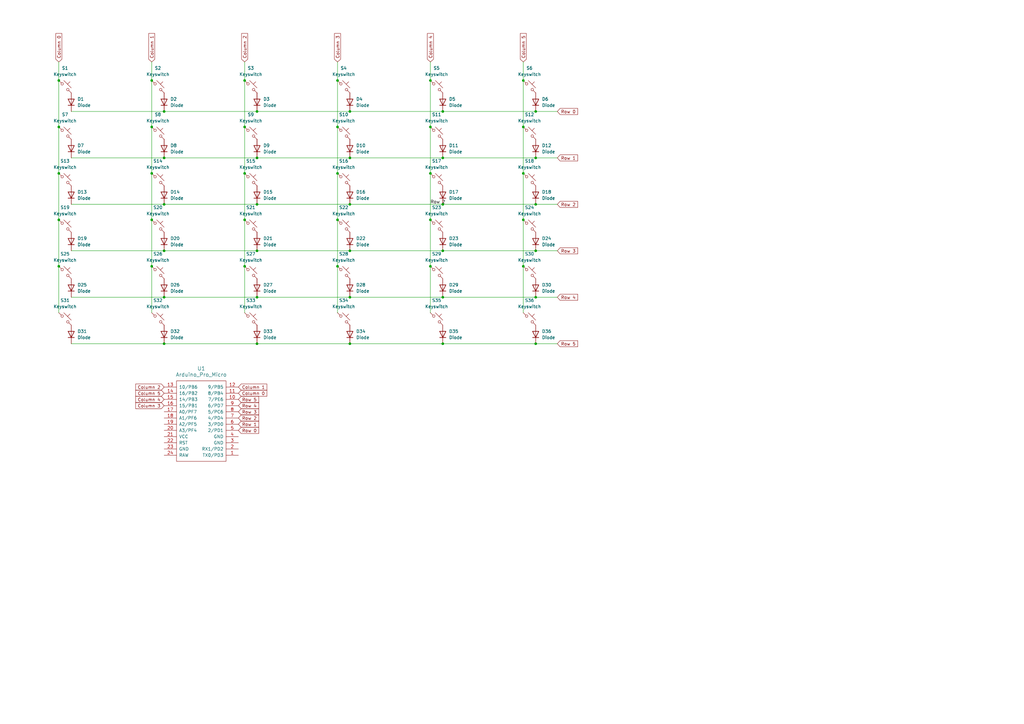
<source format=kicad_sch>
(kicad_sch (version 20250114) (generator "eeschema") (generator_version "9.0")
  (paper "A3")
  (lib_symbols
    (symbol "ScottoKeebs:MCU_Arduino_Pro_Micro" (pin_names (offset 1.016))
      (property "Reference" "U" (at 0 0 0))
      (property "Value" "Arduino_Pro_Micro" (at 0 -19.05 0))
      (symbol "MCU_Arduino_Pro_Micro_0_1"
        (rectangle (start -10.16 16.51) (end 10.16 -16.51))
      )
      (symbol "MCU_Arduino_Pro_Micro_1_1"
        (pin input line (at -15.24 13.97 0) (length 5.08) (name "TX0/PD3") (number "1"))
        (pin input line (at -15.24 11.43 0) (length 5.08) (name "RX1/PD2") (number "2"))
        (pin input line (at -15.24 8.89 0) (length 5.08) (name "GND") (number "3"))
        (pin input line (at -15.24 6.35 0) (length 5.08) (name "GND") (number "4"))
        (pin input line (at -15.24 3.81 0) (length 5.08) (name "2/PD1") (number "5"))
        (pin input line (at -15.24 1.27 0) (length 5.08) (name "3/PD0") (number "6"))
        (pin input line (at -15.24 -1.27 0) (length 5.08) (name "4/PD4") (number "7"))
        (pin input line (at -15.24 -3.81 0) (length 5.08) (name "5/PC6") (number "8"))
        (pin input line (at -15.24 -6.35 0) (length 5.08) (name "6/PD7") (number "9"))
        (pin input line (at -15.24 -8.89 0) (length 5.08) (name "7/PE6") (number "10"))
        (pin input line (at -15.24 -11.43 0) (length 5.08) (name "8/PB4") (number "11"))
        (pin input line (at -15.24 -13.97 0) (length 5.08) (name "9/PB5") (number "12"))
        (pin input line (at 15.24 13.97 180) (length 5.08) (name "RAW") (number "24"))
        (pin input line (at 15.24 11.43 180) (length 5.08) (name "GND") (number "23"))
        (pin input line (at 15.24 8.89 180) (length 5.08) (name "RST") (number "22"))
        (pin input line (at 15.24 6.35 180) (length 5.08) (name "VCC") (number "21"))
        (pin input line (at 15.24 3.81 180) (length 5.08) (name "A3/PF4") (number "20"))
        (pin input line (at 15.24 1.27 180) (length 5.08) (name "A2/PF5") (number "19"))
        (pin input line (at 15.24 -1.27 180) (length 5.08) (name "A1/PF6") (number "18"))
        (pin input line (at 15.24 -3.81 180) (length 5.08) (name "A0/PF7") (number "17"))
        (pin input line (at 15.24 -6.35 180) (length 5.08) (name "15/PB1") (number "16"))
        (pin input line (at 15.24 -8.89 180) (length 5.08) (name "14/PB3") (number "15"))
        (pin input line (at 15.24 -11.43 180) (length 5.08) (name "16/PB2") (number "14"))
        (pin input line (at 15.24 -13.97 180) (length 5.08) (name "10/PB6") (number "13"))
      )
    )
    (symbol "ScottoKeebs:Placeholder_Diode" (pin_numbers (hide yes)) (pin_names (hide yes))
      (property "Reference" "D" (at 0 2.54 0))
      (property "Value" "Diode" (at 0 -2.54 0))
      (symbol "Placeholder_Diode_0_1"
        (polyline (pts (xy -1.27 1.27) (xy -1.27 -1.27)) (stroke (width 0.254)))
        (polyline (pts (xy 1.27 1.27) (xy 1.27 -1.27) (xy -1.27 0) (xy 1.27 1.27)) (stroke (width 0.254)))
        (polyline (pts (xy 1.27 0) (xy -1.27 0)))
      )
      (symbol "Placeholder_Diode_1_1"
        (pin passive line (at -3.81 0 0) (length 2.54) (name "K") (number "1"))
        (pin passive line (at 3.81 0 180) (length 2.54) (name "A") (number "2"))
      )
    )
    (symbol "ScottoKeebs:Placeholder_Keyswitch" (pin_numbers (hide yes)) (pin_names (offset 1.016) (hide yes))
      (property "Reference" "S" (at 3.048 1.016 0))
      (property "Value" "Keyswitch" (at 0 -3.81 0))
      (symbol "Placeholder_Keyswitch_0_1"
        (polyline (pts (xy -2.54 2.54) (xy -1.524 1.524) (xy -1.524 1.524)))
        (circle (center -1.1684 1.1684) (radius 0.508))
        (polyline (pts (xy -0.508 2.54) (xy 2.54 -0.508)))
        (polyline (pts (xy 1.016 1.016) (xy 2.032 2.032)))
        (circle (center 1.143 -1.1938) (radius 0.508))
        (polyline (pts (xy 1.524 -1.524) (xy 2.54 -2.54) (xy 2.54 -2.54) (xy 2.54 -2.54)))
        (pin passive line (at -2.54 2.54 0) (length 0) (name "1") (number "1"))
        (pin passive line (at 2.54 -2.54 180) (length 0) (name "2") (number "2"))
      )
    )
  )
  (junction (at 138.43 33.02))
  (junction (at 62.23 52.07))
  (junction (at 24.13 52.07))
  (junction (at 24.13 109.22))
  (junction (at 176.53 52.07))
  (junction (at 214.63 71.12))
  (junction (at 176.53 109.22))
  (junction (at 143.51 102.87))
  (junction (at 176.53 33.02))
  (junction (at 219.71 102.87))
  (junction (at 138.43 71.12))
  (junction (at 67.31 140.97))
  (junction (at 105.41 140.97))
  (junction (at 181.61 64.77))
  (junction (at 138.43 90.17))
  (junction (at 219.71 121.92))
  (junction (at 138.43 109.22))
  (junction (at 100.33 52.07))
  (junction (at 219.71 83.82))
  (junction (at 143.51 83.82))
  (junction (at 67.31 45.72))
  (junction (at 105.41 83.82))
  (junction (at 67.31 64.77))
  (junction (at 67.31 102.87))
  (junction (at 181.61 45.72))
  (junction (at 176.53 90.17))
  (junction (at 143.51 64.77))
  (junction (at 67.31 83.82))
  (junction (at 62.23 90.17))
  (junction (at 24.13 33.02))
  (junction (at 143.51 140.97))
  (junction (at 214.63 52.07))
  (junction (at 214.63 109.22))
  (junction (at 138.43 52.07))
  (junction (at 181.61 140.97))
  (junction (at 100.33 90.17))
  (junction (at 105.41 64.77))
  (junction (at 24.13 90.17))
  (junction (at 62.23 71.12))
  (junction (at 214.63 90.17))
  (junction (at 62.23 33.02))
  (junction (at 219.71 45.72))
  (junction (at 105.41 121.92))
  (junction (at 214.63 33.02))
  (junction (at 181.61 83.82))
  (junction (at 143.51 121.92))
  (junction (at 143.51 45.72))
  (junction (at 219.71 140.97))
  (junction (at 100.33 109.22))
  (junction (at 105.41 45.72))
  (junction (at 176.53 71.12))
  (junction (at 100.33 33.02))
  (junction (at 24.13 71.12))
  (junction (at 100.33 71.12))
  (junction (at 219.71 64.77))
  (junction (at 67.31 121.92))
  (junction (at 181.61 121.92))
  (junction (at 105.41 102.87))
  (junction (at 62.23 109.22))
  (junction (at 181.61 102.87))
  (wire (pts (xy 176.53 71.12) (xy 176.53 90.17)))
  (wire (pts (xy 100.33 90.17) (xy 100.33 109.22)))
  (wire (pts (xy 176.53 90.17) (xy 176.53 109.22)))
  (wire (pts (xy 24.13 52.07) (xy 24.13 71.12)))
  (wire (pts (xy 105.41 45.72) (xy 143.51 45.72)))
  (wire (pts (xy 67.31 64.77) (xy 105.41 64.77)))
  (wire (pts (xy 181.61 102.87) (xy 219.71 102.87)))
  (wire (pts (xy 143.51 140.97) (xy 181.61 140.97)))
  (wire (pts (xy 138.43 33.02) (xy 138.43 52.07)))
  (wire (pts (xy 29.21 140.97) (xy 67.31 140.97)))
  (wire (pts (xy 214.63 90.17) (xy 214.63 109.22)))
  (wire (pts (xy 100.33 52.07) (xy 100.33 71.12)))
  (wire (pts (xy 219.71 45.72) (xy 228.6 45.72)))
  (wire (pts (xy 181.61 140.97) (xy 219.71 140.97)))
  (wire (pts (xy 105.41 121.92) (xy 143.51 121.92)))
  (wire (pts (xy 181.61 64.77) (xy 219.71 64.77)))
  (wire (pts (xy 143.51 102.87) (xy 181.61 102.87)))
  (wire (pts (xy 176.53 25.4) (xy 176.53 33.02)))
  (wire (pts (xy 219.71 102.87) (xy 228.6 102.87)))
  (wire (pts (xy 100.33 25.4) (xy 100.33 33.02)))
  (wire (pts (xy 105.41 64.77) (xy 143.51 64.77)))
  (wire (pts (xy 219.71 83.82) (xy 228.6 83.82)))
  (wire (pts (xy 67.31 102.87) (xy 105.41 102.87)))
  (wire (pts (xy 67.31 45.72) (xy 105.41 45.72)))
  (wire (pts (xy 24.13 71.12) (xy 24.13 90.17)))
  (wire (pts (xy 143.51 83.82) (xy 181.61 83.82)))
  (wire (pts (xy 67.31 121.92) (xy 105.41 121.92)))
  (wire (pts (xy 24.13 33.02) (xy 24.13 52.07)))
  (wire (pts (xy 214.63 109.22) (xy 214.63 128.27)))
  (wire (pts (xy 62.23 90.17) (xy 62.23 109.22)))
  (wire (pts (xy 24.13 25.4) (xy 24.13 33.02)))
  (wire (pts (xy 100.33 33.02) (xy 100.33 52.07)))
  (wire (pts (xy 62.23 52.07) (xy 62.23 71.12)))
  (wire (pts (xy 214.63 25.4) (xy 214.63 33.02)))
  (wire (pts (xy 138.43 52.07) (xy 138.43 71.12)))
  (wire (pts (xy 105.41 83.82) (xy 143.51 83.82)))
  (wire (pts (xy 181.61 83.82) (xy 219.71 83.82)))
  (wire (pts (xy 143.51 64.77) (xy 181.61 64.77)))
  (wire (pts (xy 29.21 121.92) (xy 67.31 121.92)))
  (wire (pts (xy 143.51 45.72) (xy 181.61 45.72)))
  (wire (pts (xy 62.23 71.12) (xy 62.23 90.17)))
  (wire (pts (xy 105.41 102.87) (xy 143.51 102.87)))
  (wire (pts (xy 29.21 102.87) (xy 67.31 102.87)))
  (wire (pts (xy 100.33 71.12) (xy 100.33 90.17)))
  (wire (pts (xy 24.13 109.22) (xy 24.13 128.27)))
  (wire (pts (xy 176.53 33.02) (xy 176.53 52.07)))
  (wire (pts (xy 62.23 109.22) (xy 62.23 128.27)))
  (wire (pts (xy 67.31 140.97) (xy 105.41 140.97)))
  (wire (pts (xy 176.53 52.07) (xy 176.53 71.12)))
  (wire (pts (xy 214.63 71.12) (xy 214.63 90.17)))
  (wire (pts (xy 181.61 45.72) (xy 219.71 45.72)))
  (wire (pts (xy 138.43 109.22) (xy 138.43 128.27)))
  (wire (pts (xy 214.63 33.02) (xy 214.63 52.07)))
  (wire (pts (xy 29.21 45.72) (xy 67.31 45.72)))
  (wire (pts (xy 176.53 109.22) (xy 176.53 128.27)))
  (wire (pts (xy 67.31 83.82) (xy 105.41 83.82)))
  (wire (pts (xy 138.43 25.4) (xy 138.43 33.02)))
  (wire (pts (xy 214.63 52.07) (xy 214.63 71.12)))
  (wire (pts (xy 143.51 121.92) (xy 181.61 121.92)))
  (wire (pts (xy 138.43 71.12) (xy 138.43 90.17)))
  (wire (pts (xy 219.71 140.97) (xy 228.6 140.97)))
  (wire (pts (xy 219.71 64.77) (xy 228.6 64.77)))
  (wire (pts (xy 181.61 121.92) (xy 219.71 121.92)))
  (wire (pts (xy 29.21 64.77) (xy 67.31 64.77)))
  (wire (pts (xy 219.71 121.92) (xy 228.6 121.92)))
  (wire (pts (xy 29.21 83.82) (xy 67.31 83.82)))
  (wire (pts (xy 62.23 33.02) (xy 62.23 52.07)))
  (wire (pts (xy 138.43 90.17) (xy 138.43 109.22)))
  (wire (pts (xy 24.13 90.17) (xy 24.13 109.22)))
  (wire (pts (xy 105.41 140.97) (xy 143.51 140.97)))
  (wire (pts (xy 62.23 25.4) (xy 62.23 33.02)))
  (wire (pts (xy 100.33 109.22) (xy 100.33 128.27)))
  (label "Row 2" (at 176.53 83.82 0))
  (global_label "Column 5" (shape input) (at 67.31 161.29 180) (property "Intersheetrefs" "${INTERSHEET_REFS}" (effects (hide yes))))
  (global_label "Row 0" (shape input) (at 228.6 45.72 0) (property "Intersheetrefs" "${INTERSHEET_REFS}" (effects (hide yes))))
  (global_label "Column 2" (shape input) (at 67.31 158.75 180) (property "Intersheetrefs" "${INTERSHEET_REFS}" (effects (hide yes))))
  (global_label "Row 4" (shape input) (at 228.6 121.92 0) (property "Intersheetrefs" "${INTERSHEET_REFS}" (effects (hide yes))))
  (global_label "Row 2" (shape input) (at 228.6 83.82 0) (property "Intersheetrefs" "${INTERSHEET_REFS}" (effects (hide yes))))
  (global_label "Row 2" (shape input) (at 97.79 171.45 0) (property "Intersheetrefs" "${INTERSHEET_REFS}" (effects (hide yes))))
  (global_label "Row 4" (shape input) (at 97.79 166.37 0) (property "Intersheetrefs" "${INTERSHEET_REFS}" (effects (hide yes))))
  (global_label "Row 5" (shape input) (at 228.6 140.97 0) (property "Intersheetrefs" "${INTERSHEET_REFS}" (effects (hide yes))))
  (global_label "Column 3" (shape input) (at 138.43 25.4 90) (property "Intersheetrefs" "${INTERSHEET_REFS}" (effects (hide yes))))
  (global_label "Column 4" (shape input) (at 67.31 163.83 180) (property "Intersheetrefs" "${INTERSHEET_REFS}" (effects (hide yes))))
  (global_label "Column 4" (shape input) (at 176.53 25.4 90) (property "Intersheetrefs" "${INTERSHEET_REFS}" (effects (hide yes))))
  (global_label "Column 3" (shape input) (at 67.31 166.37 180) (property "Intersheetrefs" "${INTERSHEET_REFS}" (effects (hide yes))))
  (global_label "Row 3" (shape input) (at 228.6 102.87 0) (property "Intersheetrefs" "${INTERSHEET_REFS}" (effects (hide yes))))
  (global_label "Row 5" (shape input) (at 97.79 163.83 0) (property "Intersheetrefs" "${INTERSHEET_REFS}" (effects (hide yes))))
  (global_label "Column 5" (shape input) (at 214.63 25.4 90) (property "Intersheetrefs" "${INTERSHEET_REFS}" (effects (hide yes))))
  (global_label "Column 0" (shape input) (at 97.79 161.29 0) (property "Intersheetrefs" "${INTERSHEET_REFS}" (effects (hide yes))))
  (global_label "Row 3" (shape input) (at 97.79 168.91 0) (property "Intersheetrefs" "${INTERSHEET_REFS}" (effects (hide yes))))
  (global_label "Column 2" (shape input) (at 100.33 25.4 90) (property "Intersheetrefs" "${INTERSHEET_REFS}" (effects (hide yes))))
  (global_label "Column 1" (shape input) (at 97.79 158.75 0) (property "Intersheetrefs" "${INTERSHEET_REFS}" (effects (hide yes))))
  (global_label "Row 1" (shape input) (at 228.6 64.77 0) (property "Intersheetrefs" "${INTERSHEET_REFS}" (effects (hide yes))))
  (global_label "Row 0" (shape input) (at 97.79 176.53 0) (property "Intersheetrefs" "${INTERSHEET_REFS}" (effects (hide yes))))
  (global_label "Column 1" (shape input) (at 62.23 25.4 90) (property "Intersheetrefs" "${INTERSHEET_REFS}" (effects (hide yes))))
  (global_label "Row 1" (shape input) (at 97.79 173.99 0) (property "Intersheetrefs" "${INTERSHEET_REFS}" (effects (hide yes))))
  (global_label "Column 0" (shape input) (at 24.13 25.4 90) (property "Intersheetrefs" "${INTERSHEET_REFS}" (effects (hide yes))))
  (symbol (lib_id "ScottoKeebs:Placeholder_Diode") (at 29.21 41.91 90) (unit 1)
    (property "Reference" "D1" (at 31.75 40.6399 90) (effects (justify right)))
    (property "Value" "Diode" (at 31.75 43.1799 90) (effects (justify right)))
    (property "Footprint" "ScottoKeebs_Components:Diode_DO-35" (effects (hide yes)))
    (property "Description" "1N4148 (DO-35) or 1N4148W (SOD-123)" (effects (hide yes)))
    (property "Sim.Device" "D" (effects (hide yes)))
    (property "Sim.Pins" "1=K 2=A" (effects (hide yes)))
  )
  (symbol (lib_id "ScottoKeebs:Placeholder_Diode") (at 143.51 41.91 90) (unit 1)
    (property "Reference" "D4" (at 146.05 40.6399 90) (effects (justify right)))
    (property "Value" "Diode" (at 146.05 43.1799 90) (effects (justify right)))
    (property "Footprint" "ScottoKeebs_Components:Diode_DO-35" (effects (hide yes)))
    (property "Description" "1N4148 (DO-35) or 1N4148W (SOD-123)" (effects (hide yes)))
    (property "Sim.Device" "D" (effects (hide yes)))
    (property "Sim.Pins" "1=K 2=A" (effects (hide yes)))
  )
  (symbol (lib_id "ScottoKeebs:Placeholder_Diode") (at 105.41 137.16 90) (unit 1)
    (property "Reference" "D33" (at 107.95 135.8899 90) (effects (justify right)))
    (property "Value" "Diode" (at 107.95 138.4299 90) (effects (justify right)))
    (property "Footprint" "ScottoKeebs_Components:Diode_DO-35" (effects (hide yes)))
    (property "Description" "1N4148 (DO-35) or 1N4148W (SOD-123)" (effects (hide yes)))
    (property "Sim.Device" "D" (effects (hide yes)))
    (property "Sim.Pins" "1=K 2=A" (effects (hide yes)))
  )
  (symbol (lib_id "ScottoKeebs:Placeholder_Diode") (at 67.31 41.91 90) (unit 1)
    (property "Reference" "D2" (at 69.85 40.6399 90) (effects (justify right)))
    (property "Value" "Diode" (at 69.85 43.1799 90) (effects (justify right)))
    (property "Footprint" "ScottoKeebs_Components:Diode_DO-35" (effects (hide yes)))
    (property "Description" "1N4148 (DO-35) or 1N4148W (SOD-123)" (effects (hide yes)))
    (property "Sim.Device" "D" (effects (hide yes)))
    (property "Sim.Pins" "1=K 2=A" (effects (hide yes)))
  )
  (symbol (lib_id "ScottoKeebs:Placeholder_Diode") (at 181.61 99.06 90) (unit 1)
    (property "Reference" "D23" (at 184.15 97.7899 90) (effects (justify right)))
    (property "Value" "Diode" (at 184.15 100.3299 90) (effects (justify right)))
    (property "Footprint" "ScottoKeebs_Components:Diode_DO-35" (effects (hide yes)))
    (property "Description" "1N4148 (DO-35) or 1N4148W (SOD-123)" (effects (hide yes)))
    (property "Sim.Device" "D" (effects (hide yes)))
    (property "Sim.Pins" "1=K 2=A" (effects (hide yes)))
  )
  (symbol (lib_id "ScottoKeebs:Placeholder_Diode") (at 219.71 99.06 90) (unit 1)
    (property "Reference" "D24" (at 222.25 97.7899 90) (effects (justify right)))
    (property "Value" "Diode" (at 222.25 100.3299 90) (effects (justify right)))
    (property "Footprint" "ScottoKeebs_Components:Diode_DO-35" (effects (hide yes)))
    (property "Description" "1N4148 (DO-35) or 1N4148W (SOD-123)" (effects (hide yes)))
    (property "Sim.Device" "D" (effects (hide yes)))
    (property "Sim.Pins" "1=K 2=A" (effects (hide yes)))
  )
  (symbol (lib_id "ScottoKeebs:Placeholder_Keyswitch") (at 102.87 111.76 0) (unit 1)
    (property "Reference" "S27" (at 102.87 104.14 0))
    (property "Value" "Keyswitch" (at 102.87 106.68 0))
    (property "Footprint" "SW_PUSH-WITHCAP-12mm:SW_PUSH-WITHCAP-12mm" (effects (hide yes)))
    (property "Description" "Push button switch, normally open, two pins, 45° tilted" (effects (hide yes)))
  )
  (symbol (lib_id "ScottoKeebs:Placeholder_Keyswitch") (at 179.07 73.66 0) (unit 1)
    (property "Reference" "S17" (at 179.07 66.04 0))
    (property "Value" "Keyswitch" (at 179.07 68.58 0))
    (property "Footprint" "SW_PUSH-WITHCAP-12mm:SW_PUSH-WITHCAP-12mm" (effects (hide yes)))
    (property "Description" "Push button switch, normally open, two pins, 45° tilted" (effects (hide yes)))
  )
  (symbol (lib_id "ScottoKeebs:Placeholder_Diode") (at 105.41 41.91 90) (unit 1)
    (property "Reference" "D3" (at 107.95 40.6399 90) (effects (justify right)))
    (property "Value" "Diode" (at 107.95 43.1799 90) (effects (justify right)))
    (property "Footprint" "ScottoKeebs_Components:Diode_DO-35" (effects (hide yes)))
    (property "Description" "1N4148 (DO-35) or 1N4148W (SOD-123)" (effects (hide yes)))
    (property "Sim.Device" "D" (effects (hide yes)))
    (property "Sim.Pins" "1=K 2=A" (effects (hide yes)))
  )
  (symbol (lib_id "ScottoKeebs:Placeholder_Diode") (at 219.71 137.16 90) (unit 1)
    (property "Reference" "D36" (at 222.25 135.8899 90) (effects (justify right)))
    (property "Value" "Diode" (at 222.25 138.4299 90) (effects (justify right)))
    (property "Footprint" "ScottoKeebs_Components:Diode_DO-35" (effects (hide yes)))
    (property "Description" "1N4148 (DO-35) or 1N4148W (SOD-123)" (effects (hide yes)))
    (property "Sim.Device" "D" (effects (hide yes)))
    (property "Sim.Pins" "1=K 2=A" (effects (hide yes)))
  )
  (symbol (lib_id "ScottoKeebs:Placeholder_Diode") (at 219.71 118.11 90) (unit 1)
    (property "Reference" "D30" (at 222.25 116.8399 90) (effects (justify right)))
    (property "Value" "Diode" (at 222.25 119.3799 90) (effects (justify right)))
    (property "Footprint" "ScottoKeebs_Components:Diode_DO-35" (effects (hide yes)))
    (property "Description" "1N4148 (DO-35) or 1N4148W (SOD-123)" (effects (hide yes)))
    (property "Sim.Device" "D" (effects (hide yes)))
    (property "Sim.Pins" "1=K 2=A" (effects (hide yes)))
  )
  (symbol (lib_id "ScottoKeebs:Placeholder_Diode") (at 29.21 118.11 90) (unit 1)
    (property "Reference" "D25" (at 31.75 116.8399 90) (effects (justify right)))
    (property "Value" "Diode" (at 31.75 119.3799 90) (effects (justify right)))
    (property "Footprint" "ScottoKeebs_Components:Diode_DO-35" (effects (hide yes)))
    (property "Description" "1N4148 (DO-35) or 1N4148W (SOD-123)" (effects (hide yes)))
    (property "Sim.Device" "D" (effects (hide yes)))
    (property "Sim.Pins" "1=K 2=A" (effects (hide yes)))
  )
  (symbol (lib_id "ScottoKeebs:Placeholder_Keyswitch") (at 26.67 35.56 0) (unit 1)
    (property "Reference" "S1" (at 26.67 27.94 0))
    (property "Value" "Keyswitch" (at 26.67 30.48 0))
    (property "Footprint" "SW_PUSH-WITHCAP-12mm:SW_PUSH-WITHCAP-12mm" (effects (hide yes)))
    (property "Description" "Push button switch, normally open, two pins, 45° tilted" (effects (hide yes)))
  )
  (symbol (lib_id "ScottoKeebs:Placeholder_Keyswitch") (at 217.17 54.61 0) (unit 1)
    (property "Reference" "S12" (at 217.17 46.99 0))
    (property "Value" "Keyswitch" (at 217.17 49.53 0))
    (property "Footprint" "SW_PUSH-WITHCAP-12mm:SW_PUSH-WITHCAP-12mm" (effects (hide yes)))
    (property "Description" "Push button switch, normally open, two pins, 45° tilted" (effects (hide yes)))
  )
  (symbol (lib_id "ScottoKeebs:Placeholder_Keyswitch") (at 217.17 73.66 0) (unit 1)
    (property "Reference" "S18" (at 217.17 66.04 0))
    (property "Value" "Keyswitch" (at 217.17 68.58 0))
    (property "Footprint" "SW_PUSH-WITHCAP-12mm:SW_PUSH-WITHCAP-12mm" (effects (hide yes)))
    (property "Description" "Push button switch, normally open, two pins, 45° tilted" (effects (hide yes)))
  )
  (symbol (lib_id "ScottoKeebs:Placeholder_Diode") (at 67.31 99.06 90) (unit 1)
    (property "Reference" "D20" (at 69.85 97.7899 90) (effects (justify right)))
    (property "Value" "Diode" (at 69.85 100.3299 90) (effects (justify right)))
    (property "Footprint" "ScottoKeebs_Components:Diode_DO-35" (effects (hide yes)))
    (property "Description" "1N4148 (DO-35) or 1N4148W (SOD-123)" (effects (hide yes)))
    (property "Sim.Device" "D" (effects (hide yes)))
    (property "Sim.Pins" "1=K 2=A" (effects (hide yes)))
  )
  (symbol (lib_id "ScottoKeebs:Placeholder_Keyswitch") (at 26.67 130.81 0) (unit 1)
    (property "Reference" "S31" (at 26.67 123.19 0))
    (property "Value" "Keyswitch" (at 26.67 125.73 0))
    (property "Footprint" "SW_PUSH-WITHCAP-12mm:SW_PUSH-WITHCAP-12mm" (effects (hide yes)))
    (property "Description" "Push button switch, normally open, two pins, 45° tilted" (effects (hide yes)))
  )
  (symbol (lib_id "ScottoKeebs:Placeholder_Keyswitch") (at 26.67 54.61 0) (unit 1)
    (property "Reference" "S7" (at 26.67 46.99 0))
    (property "Value" "Keyswitch" (at 26.67 49.53 0))
    (property "Footprint" "SW_PUSH-WITHCAP-12mm:SW_PUSH-WITHCAP-12mm" (effects (hide yes)))
    (property "Description" "Push button switch, normally open, two pins, 45° tilted" (effects (hide yes)))
  )
  (symbol (lib_id "ScottoKeebs:Placeholder_Keyswitch") (at 217.17 111.76 0) (unit 1)
    (property "Reference" "S30" (at 217.17 104.14 0))
    (property "Value" "Keyswitch" (at 217.17 106.68 0))
    (property "Footprint" "SW_PUSH-WITHCAP-12mm:SW_PUSH-WITHCAP-12mm" (effects (hide yes)))
    (property "Description" "Push button switch, normally open, two pins, 45° tilted" (effects (hide yes)))
  )
  (symbol (lib_id "ScottoKeebs:Placeholder_Diode") (at 143.51 118.11 90) (unit 1)
    (property "Reference" "D28" (at 146.05 116.8399 90) (effects (justify right)))
    (property "Value" "Diode" (at 146.05 119.3799 90) (effects (justify right)))
    (property "Footprint" "ScottoKeebs_Components:Diode_DO-35" (effects (hide yes)))
    (property "Description" "1N4148 (DO-35) or 1N4148W (SOD-123)" (effects (hide yes)))
    (property "Sim.Device" "D" (effects (hide yes)))
    (property "Sim.Pins" "1=K 2=A" (effects (hide yes)))
  )
  (symbol (lib_id "ScottoKeebs:Placeholder_Diode") (at 143.51 60.96 90) (unit 1)
    (property "Reference" "D10" (at 146.05 59.6899 90) (effects (justify right)))
    (property "Value" "Diode" (at 146.05 62.2299 90) (effects (justify right)))
    (property "Footprint" "ScottoKeebs_Components:Diode_DO-35" (effects (hide yes)))
    (property "Description" "1N4148 (DO-35) or 1N4148W (SOD-123)" (effects (hide yes)))
    (property "Sim.Device" "D" (effects (hide yes)))
    (property "Sim.Pins" "1=K 2=A" (effects (hide yes)))
  )
  (symbol (lib_id "ScottoKeebs:Placeholder_Keyswitch") (at 64.77 35.56 0) (unit 1)
    (property "Reference" "S2" (at 64.77 27.94 0))
    (property "Value" "Keyswitch" (at 64.77 30.48 0))
    (property "Footprint" "SW_PUSH-WITHCAP-12mm:SW_PUSH-WITHCAP-12mm" (effects (hide yes)))
    (property "Description" "Push button switch, normally open, two pins, 45° tilted" (effects (hide yes)))
  )
  (symbol (lib_id "ScottoKeebs:Placeholder_Keyswitch") (at 102.87 73.66 0) (unit 1)
    (property "Reference" "S15" (at 102.87 66.04 0))
    (property "Value" "Keyswitch" (at 102.87 68.58 0))
    (property "Footprint" "SW_PUSH-WITHCAP-12mm:SW_PUSH-WITHCAP-12mm" (effects (hide yes)))
    (property "Description" "Push button switch, normally open, two pins, 45° tilted" (effects (hide yes)))
  )
  (symbol (lib_id "ScottoKeebs:Placeholder_Diode") (at 105.41 60.96 90) (unit 1)
    (property "Reference" "D9" (at 107.95 59.6899 90) (effects (justify right)))
    (property "Value" "Diode" (at 107.95 62.2299 90) (effects (justify right)))
    (property "Footprint" "ScottoKeebs_Components:Diode_DO-35" (effects (hide yes)))
    (property "Description" "1N4148 (DO-35) or 1N4148W (SOD-123)" (effects (hide yes)))
    (property "Sim.Device" "D" (effects (hide yes)))
    (property "Sim.Pins" "1=K 2=A" (effects (hide yes)))
  )
  (symbol (lib_id "ScottoKeebs:Placeholder_Diode") (at 143.51 137.16 90) (unit 1)
    (property "Reference" "D34" (at 146.05 135.8899 90) (effects (justify right)))
    (property "Value" "Diode" (at 146.05 138.4299 90) (effects (justify right)))
    (property "Footprint" "ScottoKeebs_Components:Diode_DO-35" (effects (hide yes)))
    (property "Description" "1N4148 (DO-35) or 1N4148W (SOD-123)" (effects (hide yes)))
    (property "Sim.Device" "D" (effects (hide yes)))
    (property "Sim.Pins" "1=K 2=A" (effects (hide yes)))
  )
  (symbol (lib_id "ScottoKeebs:Placeholder_Diode") (at 181.61 60.96 90) (unit 1)
    (property "Reference" "D11" (at 184.15 59.6899 90) (effects (justify right)))
    (property "Value" "Diode" (at 184.15 62.2299 90) (effects (justify right)))
    (property "Footprint" "ScottoKeebs_Components:Diode_DO-35" (effects (hide yes)))
    (property "Description" "1N4148 (DO-35) or 1N4148W (SOD-123)" (effects (hide yes)))
    (property "Sim.Device" "D" (effects (hide yes)))
    (property "Sim.Pins" "1=K 2=A" (effects (hide yes)))
  )
  (symbol (lib_id "ScottoKeebs:Placeholder_Keyswitch") (at 140.97 73.66 0) (unit 1)
    (property "Reference" "S16" (at 140.97 66.04 0))
    (property "Value" "Keyswitch" (at 140.97 68.58 0))
    (property "Footprint" "SW_PUSH-WITHCAP-12mm:SW_PUSH-WITHCAP-12mm" (effects (hide yes)))
    (property "Description" "Push button switch, normally open, two pins, 45° tilted" (effects (hide yes)))
  )
  (symbol (lib_id "ScottoKeebs:Placeholder_Keyswitch") (at 179.07 130.81 0) (unit 1)
    (property "Reference" "S35" (at 179.07 123.19 0))
    (property "Value" "Keyswitch" (at 179.07 125.73 0))
    (property "Footprint" "SW_PUSH-WITHCAP-12mm:SW_PUSH-WITHCAP-12mm" (effects (hide yes)))
    (property "Description" "Push button switch, normally open, two pins, 45° tilted" (effects (hide yes)))
  )
  (symbol (lib_id "ScottoKeebs:Placeholder_Diode") (at 219.71 80.01 90) (unit 1)
    (property "Reference" "D18" (at 222.25 78.7399 90) (effects (justify right)))
    (property "Value" "Diode" (at 222.25 81.2799 90) (effects (justify right)))
    (property "Footprint" "ScottoKeebs_Components:Diode_DO-35" (effects (hide yes)))
    (property "Description" "1N4148 (DO-35) or 1N4148W (SOD-123)" (effects (hide yes)))
    (property "Sim.Device" "D" (effects (hide yes)))
    (property "Sim.Pins" "1=K 2=A" (effects (hide yes)))
  )
  (symbol (lib_id "ScottoKeebs:Placeholder_Keyswitch") (at 217.17 130.81 0) (unit 1)
    (property "Reference" "S36" (at 217.17 123.19 0))
    (property "Value" "Keyswitch" (at 217.17 125.73 0))
    (property "Footprint" "SW_PUSH-WITHCAP-12mm:SW_PUSH-WITHCAP-12mm" (effects (hide yes)))
    (property "Description" "Push button switch, normally open, two pins, 45° tilted" (effects (hide yes)))
  )
  (symbol (lib_id "ScottoKeebs:Placeholder_Keyswitch") (at 64.77 54.61 0) (unit 1)
    (property "Reference" "S8" (at 64.77 46.99 0))
    (property "Value" "Keyswitch" (at 64.77 49.53 0))
    (property "Footprint" "SW_PUSH-WITHCAP-12mm:SW_PUSH-WITHCAP-12mm" (effects (hide yes)))
    (property "Description" "Push button switch, normally open, two pins, 45° tilted" (effects (hide yes)))
  )
  (symbol (lib_id "ScottoKeebs:Placeholder_Diode") (at 181.61 137.16 90) (unit 1)
    (property "Reference" "D35" (at 184.15 135.8899 90) (effects (justify right)))
    (property "Value" "Diode" (at 184.15 138.4299 90) (effects (justify right)))
    (property "Footprint" "ScottoKeebs_Components:Diode_DO-35" (effects (hide yes)))
    (property "Description" "1N4148 (DO-35) or 1N4148W (SOD-123)" (effects (hide yes)))
    (property "Sim.Device" "D" (effects (hide yes)))
    (property "Sim.Pins" "1=K 2=A" (effects (hide yes)))
  )
  (symbol (lib_id "ScottoKeebs:Placeholder_Keyswitch") (at 102.87 130.81 0) (unit 1)
    (property "Reference" "S33" (at 102.87 123.19 0))
    (property "Value" "Keyswitch" (at 102.87 125.73 0))
    (property "Footprint" "SW_PUSH-WITHCAP-12mm:SW_PUSH-WITHCAP-12mm" (effects (hide yes)))
    (property "Description" "Push button switch, normally open, two pins, 45° tilted" (effects (hide yes)))
  )
  (symbol (lib_id "ScottoKeebs:Placeholder_Diode") (at 219.71 60.96 90) (unit 1)
    (property "Reference" "D12" (at 222.25 59.6899 90) (effects (justify right)))
    (property "Value" "Diode" (at 222.25 62.2299 90) (effects (justify right)))
    (property "Footprint" "ScottoKeebs_Components:Diode_DO-35" (effects (hide yes)))
    (property "Description" "1N4148 (DO-35) or 1N4148W (SOD-123)" (effects (hide yes)))
    (property "Sim.Device" "D" (effects (hide yes)))
    (property "Sim.Pins" "1=K 2=A" (effects (hide yes)))
  )
  (symbol (lib_id "ScottoKeebs:Placeholder_Keyswitch") (at 102.87 35.56 0) (unit 1)
    (property "Reference" "S3" (at 102.87 27.94 0))
    (property "Value" "Keyswitch" (at 102.87 30.48 0))
    (property "Footprint" "SW_PUSH-WITHCAP-12mm:SW_PUSH-WITHCAP-12mm" (effects (hide yes)))
    (property "Description" "Push button switch, normally open, two pins, 45° tilted" (effects (hide yes)))
  )
  (symbol (lib_id "ScottoKeebs:Placeholder_Keyswitch") (at 102.87 92.71 0) (unit 1)
    (property "Reference" "S21" (at 102.87 85.09 0))
    (property "Value" "Keyswitch" (at 102.87 87.63 0))
    (property "Footprint" "SW_PUSH-WITHCAP-12mm:SW_PUSH-WITHCAP-12mm" (effects (hide yes)))
    (property "Description" "Push button switch, normally open, two pins, 45° tilted" (effects (hide yes)))
  )
  (symbol (lib_id "ScottoKeebs:Placeholder_Keyswitch") (at 179.07 54.61 0) (unit 1)
    (property "Reference" "S11" (at 179.07 46.99 0))
    (property "Value" "Keyswitch" (at 179.07 49.53 0))
    (property "Footprint" "SW_PUSH-WITHCAP-12mm:SW_PUSH-WITHCAP-12mm" (effects (hide yes)))
    (property "Description" "Push button switch, normally open, two pins, 45° tilted" (effects (hide yes)))
  )
  (symbol (lib_id "ScottoKeebs:Placeholder_Diode") (at 143.51 99.06 90) (unit 1)
    (property "Reference" "D22" (at 146.05 97.7899 90) (effects (justify right)))
    (property "Value" "Diode" (at 146.05 100.3299 90) (effects (justify right)))
    (property "Footprint" "ScottoKeebs_Components:Diode_DO-35" (effects (hide yes)))
    (property "Description" "1N4148 (DO-35) or 1N4148W (SOD-123)" (effects (hide yes)))
    (property "Sim.Device" "D" (effects (hide yes)))
    (property "Sim.Pins" "1=K 2=A" (effects (hide yes)))
  )
  (symbol (lib_id "ScottoKeebs:Placeholder_Diode") (at 181.61 80.01 90) (unit 1)
    (property "Reference" "D17" (at 184.15 78.7399 90) (effects (justify right)))
    (property "Value" "Diode" (at 184.15 81.2799 90) (effects (justify right)))
    (property "Footprint" "ScottoKeebs_Components:Diode_DO-35" (effects (hide yes)))
    (property "Description" "1N4148 (DO-35) or 1N4148W (SOD-123)" (effects (hide yes)))
    (property "Sim.Device" "D" (effects (hide yes)))
    (property "Sim.Pins" "1=K 2=A" (effects (hide yes)))
  )
  (symbol (lib_id "ScottoKeebs:Placeholder_Keyswitch") (at 26.67 111.76 0) (unit 1)
    (property "Reference" "S25" (at 26.67 104.14 0))
    (property "Value" "Keyswitch" (at 26.67 106.68 0))
    (property "Footprint" "SW_PUSH-WITHCAP-12mm:SW_PUSH-WITHCAP-12mm" (effects (hide yes)))
    (property "Description" "Push button switch, normally open, two pins, 45° tilted" (effects (hide yes)))
  )
  (symbol (lib_id "ScottoKeebs:Placeholder_Diode") (at 29.21 137.16 90) (unit 1)
    (property "Reference" "D31" (at 31.75 135.8899 90) (effects (justify right)))
    (property "Value" "Diode" (at 31.75 138.4299 90) (effects (justify right)))
    (property "Footprint" "ScottoKeebs_Components:Diode_DO-35" (effects (hide yes)))
    (property "Description" "1N4148 (DO-35) or 1N4148W (SOD-123)" (effects (hide yes)))
    (property "Sim.Device" "D" (effects (hide yes)))
    (property "Sim.Pins" "1=K 2=A" (effects (hide yes)))
  )
  (symbol (lib_id "ScottoKeebs:Placeholder_Keyswitch") (at 140.97 35.56 0) (unit 1)
    (property "Reference" "S4" (at 140.97 27.94 0))
    (property "Value" "Keyswitch" (at 140.97 30.48 0))
    (property "Footprint" "SW_PUSH-WITHCAP-12mm:SW_PUSH-WITHCAP-12mm" (effects (hide yes)))
    (property "Description" "Push button switch, normally open, two pins, 45° tilted" (effects (hide yes)))
  )
  (symbol (lib_id "ScottoKeebs:Placeholder_Diode") (at 67.31 60.96 90) (unit 1)
    (property "Reference" "D8" (at 69.85 59.6899 90) (effects (justify right)))
    (property "Value" "Diode" (at 69.85 62.2299 90) (effects (justify right)))
    (property "Footprint" "ScottoKeebs_Components:Diode_DO-35" (effects (hide yes)))
    (property "Description" "1N4148 (DO-35) or 1N4148W (SOD-123)" (effects (hide yes)))
    (property "Sim.Device" "D" (effects (hide yes)))
    (property "Sim.Pins" "1=K 2=A" (effects (hide yes)))
  )
  (symbol (lib_id "ScottoKeebs:Placeholder_Keyswitch") (at 26.67 73.66 0) (unit 1)
    (property "Reference" "S13" (at 26.67 66.04 0))
    (property "Value" "Keyswitch" (at 26.67 68.58 0))
    (property "Footprint" "SW_PUSH-WITHCAP-12mm:SW_PUSH-WITHCAP-12mm" (effects (hide yes)))
    (property "Description" "Push button switch, normally open, two pins, 45° tilted" (effects (hide yes)))
  )
  (symbol (lib_id "ScottoKeebs:Placeholder_Keyswitch") (at 217.17 92.71 0) (unit 1)
    (property "Reference" "S24" (at 217.17 85.09 0))
    (property "Value" "Keyswitch" (at 217.17 87.63 0))
    (property "Footprint" "SW_PUSH-WITHCAP-12mm:SW_PUSH-WITHCAP-12mm" (effects (hide yes)))
    (property "Description" "Push button switch, normally open, two pins, 45° tilted" (effects (hide yes)))
  )
  (symbol (lib_id "ScottoKeebs:Placeholder_Keyswitch") (at 140.97 54.61 0) (unit 1)
    (property "Reference" "S10" (at 140.97 46.99 0))
    (property "Value" "Keyswitch" (at 140.97 49.53 0))
    (property "Footprint" "SW_PUSH-WITHCAP-12mm:SW_PUSH-WITHCAP-12mm" (effects (hide yes)))
    (property "Description" "Push button switch, normally open, two pins, 45° tilted" (effects (hide yes)))
  )
  (symbol (lib_id "ScottoKeebs:Placeholder_Keyswitch") (at 179.07 111.76 0) (unit 1)
    (property "Reference" "S29" (at 179.07 104.14 0))
    (property "Value" "Keyswitch" (at 179.07 106.68 0))
    (property "Footprint" "SW_PUSH-WITHCAP-12mm:SW_PUSH-WITHCAP-12mm" (effects (hide yes)))
    (property "Description" "Push button switch, normally open, two pins, 45° tilted" (effects (hide yes)))
  )
  (symbol (lib_id "ScottoKeebs:Placeholder_Diode") (at 105.41 118.11 90) (unit 1)
    (property "Reference" "D27" (at 107.95 116.8399 90) (effects (justify right)))
    (property "Value" "Diode" (at 107.95 119.3799 90) (effects (justify right)))
    (property "Footprint" "ScottoKeebs_Components:Diode_DO-35" (effects (hide yes)))
    (property "Description" "1N4148 (DO-35) or 1N4148W (SOD-123)" (effects (hide yes)))
    (property "Sim.Device" "D" (effects (hide yes)))
    (property "Sim.Pins" "1=K 2=A" (effects (hide yes)))
  )
  (symbol (lib_id "ScottoKeebs:MCU_Arduino_Pro_Micro") (at 82.55 172.72 180) (unit 1)
    (property "Reference" "U1" (at 82.55 151.13 0) (effects (font (size 1.524 1.524))))
    (property "Value" "Arduino_Pro_Micro" (at 82.55 153.67 0) (effects (font (size 1.524 1.524))))
    (property "Footprint" "ScottoKeebs_MCU:Arduino_Pro_Micro" (effects (hide yes)))
  )
  (symbol (lib_id "ScottoKeebs:Placeholder_Diode") (at 67.31 118.11 90) (unit 1)
    (property "Reference" "D26" (at 69.85 116.8399 90) (effects (justify right)))
    (property "Value" "Diode" (at 69.85 119.3799 90) (effects (justify right)))
    (property "Footprint" "ScottoKeebs_Components:Diode_DO-35" (effects (hide yes)))
    (property "Description" "1N4148 (DO-35) or 1N4148W (SOD-123)" (effects (hide yes)))
    (property "Sim.Device" "D" (effects (hide yes)))
    (property "Sim.Pins" "1=K 2=A" (effects (hide yes)))
  )
  (symbol (lib_id "ScottoKeebs:Placeholder_Diode") (at 29.21 60.96 90) (unit 1)
    (property "Reference" "D7" (at 31.75 59.6899 90) (effects (justify right)))
    (property "Value" "Diode" (at 31.75 62.2299 90) (effects (justify right)))
    (property "Footprint" "ScottoKeebs_Components:Diode_DO-35" (effects (hide yes)))
    (property "Description" "1N4148 (DO-35) or 1N4148W (SOD-123)" (effects (hide yes)))
    (property "Sim.Device" "D" (effects (hide yes)))
    (property "Sim.Pins" "1=K 2=A" (effects (hide yes)))
  )
  (symbol (lib_id "ScottoKeebs:Placeholder_Keyswitch") (at 26.67 92.71 0) (unit 1)
    (property "Reference" "S19" (at 26.67 85.09 0))
    (property "Value" "Keyswitch" (at 26.67 87.63 0))
    (property "Footprint" "SW_PUSH-WITHCAP-12mm:SW_PUSH-WITHCAP-12mm" (effects (hide yes)))
    (property "Description" "Push button switch, normally open, two pins, 45° tilted" (effects (hide yes)))
  )
  (symbol (lib_id "ScottoKeebs:Placeholder_Diode") (at 219.71 41.91 90) (unit 1)
    (property "Reference" "D6" (at 222.25 40.6399 90) (effects (justify right)))
    (property "Value" "Diode" (at 222.25 43.1799 90) (effects (justify right)))
    (property "Footprint" "ScottoKeebs_Components:Diode_DO-35" (effects (hide yes)))
    (property "Description" "1N4148 (DO-35) or 1N4148W (SOD-123)" (effects (hide yes)))
    (property "Sim.Device" "D" (effects (hide yes)))
    (property "Sim.Pins" "1=K 2=A" (effects (hide yes)))
  )
  (symbol (lib_id "ScottoKeebs:Placeholder_Diode") (at 143.51 80.01 90) (unit 1)
    (property "Reference" "D16" (at 146.05 78.7399 90) (effects (justify right)))
    (property "Value" "Diode" (at 146.05 81.2799 90) (effects (justify right)))
    (property "Footprint" "ScottoKeebs_Components:Diode_DO-35" (effects (hide yes)))
    (property "Description" "1N4148 (DO-35) or 1N4148W (SOD-123)" (effects (hide yes)))
    (property "Sim.Device" "D" (effects (hide yes)))
    (property "Sim.Pins" "1=K 2=A" (effects (hide yes)))
  )
  (symbol (lib_id "ScottoKeebs:Placeholder_Keyswitch") (at 64.77 111.76 0) (unit 1)
    (property "Reference" "S26" (at 64.77 104.14 0))
    (property "Value" "Keyswitch" (at 64.77 106.68 0))
    (property "Footprint" "SW_PUSH-WITHCAP-12mm:SW_PUSH-WITHCAP-12mm" (effects (hide yes)))
    (property "Description" "Push button switch, normally open, two pins, 45° tilted" (effects (hide yes)))
  )
  (symbol (lib_id "ScottoKeebs:Placeholder_Keyswitch") (at 64.77 130.81 0) (unit 1)
    (property "Reference" "S32" (at 64.77 123.19 0))
    (property "Value" "Keyswitch" (at 64.77 125.73 0))
    (property "Footprint" "SW_PUSH-WITHCAP-12mm:SW_PUSH-WITHCAP-12mm" (effects (hide yes)))
    (property "Description" "Push button switch, normally open, two pins, 45° tilted" (effects (hide yes)))
  )
  (symbol (lib_id "ScottoKeebs:Placeholder_Keyswitch") (at 64.77 92.71 0) (unit 1)
    (property "Reference" "S20" (at 64.77 85.09 0))
    (property "Value" "Keyswitch" (at 64.77 87.63 0))
    (property "Footprint" "SW_PUSH-WITHCAP-12mm:SW_PUSH-WITHCAP-12mm" (effects (hide yes)))
    (property "Description" "Push button switch, normally open, two pins, 45° tilted" (effects (hide yes)))
  )
  (symbol (lib_id "ScottoKeebs:Placeholder_Keyswitch") (at 140.97 130.81 0) (unit 1)
    (property "Reference" "S34" (at 140.97 123.19 0))
    (property "Value" "Keyswitch" (at 140.97 125.73 0))
    (property "Footprint" "SW_PUSH-WITHCAP-12mm:SW_PUSH-WITHCAP-12mm" (effects (hide yes)))
    (property "Description" "Push button switch, normally open, two pins, 45° tilted" (effects (hide yes)))
  )
  (symbol (lib_id "ScottoKeebs:Placeholder_Keyswitch") (at 140.97 111.76 0) (unit 1)
    (property "Reference" "S28" (at 140.97 104.14 0))
    (property "Value" "Keyswitch" (at 140.97 106.68 0))
    (property "Footprint" "SW_PUSH-WITHCAP-12mm:SW_PUSH-WITHCAP-12mm" (effects (hide yes)))
    (property "Description" "Push button switch, normally open, two pins, 45° tilted" (effects (hide yes)))
  )
  (symbol (lib_id "ScottoKeebs:Placeholder_Diode") (at 181.61 41.91 90) (unit 1)
    (property "Reference" "D5" (at 184.15 40.6399 90) (effects (justify right)))
    (property "Value" "Diode" (at 184.15 43.1799 90) (effects (justify right)))
    (property "Footprint" "ScottoKeebs_Components:Diode_DO-35" (effects (hide yes)))
    (property "Description" "1N4148 (DO-35) or 1N4148W (SOD-123)" (effects (hide yes)))
    (property "Sim.Device" "D" (effects (hide yes)))
    (property "Sim.Pins" "1=K 2=A" (effects (hide yes)))
  )
  (symbol (lib_id "ScottoKeebs:Placeholder_Diode") (at 29.21 99.06 90) (unit 1)
    (property "Reference" "D19" (at 31.75 97.7899 90) (effects (justify right)))
    (property "Value" "Diode" (at 31.75 100.3299 90) (effects (justify right)))
    (property "Footprint" "ScottoKeebs_Components:Diode_DO-35" (effects (hide yes)))
    (property "Description" "1N4148 (DO-35) or 1N4148W (SOD-123)" (effects (hide yes)))
    (property "Sim.Device" "D" (effects (hide yes)))
    (property "Sim.Pins" "1=K 2=A" (effects (hide yes)))
  )
  (symbol (lib_id "ScottoKeebs:Placeholder_Diode") (at 67.31 80.01 90) (unit 1)
    (property "Reference" "D14" (at 69.85 78.7399 90) (effects (justify right)))
    (property "Value" "Diode" (at 69.85 81.2799 90) (effects (justify right)))
    (property "Footprint" "ScottoKeebs_Components:Diode_DO-35" (effects (hide yes)))
    (property "Description" "1N4148 (DO-35) or 1N4148W (SOD-123)" (effects (hide yes)))
    (property "Sim.Device" "D" (effects (hide yes)))
    (property "Sim.Pins" "1=K 2=A" (effects (hide yes)))
  )
  (symbol (lib_id "ScottoKeebs:Placeholder_Diode") (at 105.41 80.01 90) (unit 1)
    (property "Reference" "D15" (at 107.95 78.7399 90) (effects (justify right)))
    (property "Value" "Diode" (at 107.95 81.2799 90) (effects (justify right)))
    (property "Footprint" "ScottoKeebs_Components:Diode_DO-35" (effects (hide yes)))
    (property "Description" "1N4148 (DO-35) or 1N4148W (SOD-123)" (effects (hide yes)))
    (property "Sim.Device" "D" (effects (hide yes)))
    (property "Sim.Pins" "1=K 2=A" (effects (hide yes)))
  )
  (symbol (lib_id "ScottoKeebs:Placeholder_Keyswitch") (at 217.17 35.56 0) (unit 1)
    (property "Reference" "S6" (at 217.17 27.94 0))
    (property "Value" "Keyswitch" (at 217.17 30.48 0))
    (property "Footprint" "SW_PUSH-WITHCAP-12mm:SW_PUSH-WITHCAP-12mm" (effects (hide yes)))
    (property "Description" "Push button switch, normally open, two pins, 45° tilted" (effects (hide yes)))
  )
  (symbol (lib_id "ScottoKeebs:Placeholder_Diode") (at 67.31 137.16 90) (unit 1)
    (property "Reference" "D32" (at 69.85 135.8899 90) (effects (justify right)))
    (property "Value" "Diode" (at 69.85 138.4299 90) (effects (justify right)))
    (property "Footprint" "ScottoKeebs_Components:Diode_DO-35" (effects (hide yes)))
    (property "Description" "1N4148 (DO-35) or 1N4148W (SOD-123)" (effects (hide yes)))
    (property "Sim.Device" "D" (effects (hide yes)))
    (property "Sim.Pins" "1=K 2=A" (effects (hide yes)))
  )
  (symbol (lib_id "ScottoKeebs:Placeholder_Diode") (at 29.21 80.01 90) (unit 1)
    (property "Reference" "D13" (at 31.75 78.7399 90) (effects (justify right)))
    (property "Value" "Diode" (at 31.75 81.2799 90) (effects (justify right)))
    (property "Footprint" "ScottoKeebs_Components:Diode_DO-35" (effects (hide yes)))
    (property "Description" "1N4148 (DO-35) or 1N4148W (SOD-123)" (effects (hide yes)))
    (property "Sim.Device" "D" (effects (hide yes)))
    (property "Sim.Pins" "1=K 2=A" (effects (hide yes)))
  )
  (symbol (lib_id "ScottoKeebs:Placeholder_Keyswitch") (at 102.87 54.61 0) (unit 1)
    (property "Reference" "S9" (at 102.87 46.99 0))
    (property "Value" "Keyswitch" (at 102.87 49.53 0))
    (property "Footprint" "SW_PUSH-WITHCAP-12mm:SW_PUSH-WITHCAP-12mm" (effects (hide yes)))
    (property "Description" "Push button switch, normally open, two pins, 45° tilted" (effects (hide yes)))
  )
  (symbol (lib_id "ScottoKeebs:Placeholder_Keyswitch") (at 64.77 73.66 0) (unit 1)
    (property "Reference" "S14" (at 64.77 66.04 0))
    (property "Value" "Keyswitch" (at 64.77 68.58 0))
    (property "Footprint" "SW_PUSH-WITHCAP-12mm:SW_PUSH-WITHCAP-12mm" (effects (hide yes)))
    (property "Description" "Push button switch, normally open, two pins, 45° tilted" (effects (hide yes)))
  )
  (symbol (lib_id "ScottoKeebs:Placeholder_Keyswitch") (at 140.97 92.71 0) (unit 1)
    (property "Reference" "S22" (at 140.97 85.09 0))
    (property "Value" "Keyswitch" (at 140.97 87.63 0))
    (property "Footprint" "SW_PUSH-WITHCAP-12mm:SW_PUSH-WITHCAP-12mm" (effects (hide yes)))
    (property "Description" "Push button switch, normally open, two pins, 45° tilted" (effects (hide yes)))
  )
  (symbol (lib_id "ScottoKeebs:Placeholder_Diode") (at 181.61 118.11 90) (unit 1)
    (property "Reference" "D29" (at 184.15 116.8399 90) (effects (justify right)))
    (property "Value" "Diode" (at 184.15 119.3799 90) (effects (justify right)))
    (property "Footprint" "ScottoKeebs_Components:Diode_DO-35" (effects (hide yes)))
    (property "Description" "1N4148 (DO-35) or 1N4148W (SOD-123)" (effects (hide yes)))
    (property "Sim.Device" "D" (effects (hide yes)))
    (property "Sim.Pins" "1=K 2=A" (effects (hide yes)))
  )
  (symbol (lib_id "ScottoKeebs:Placeholder_Keyswitch") (at 179.07 92.71 0) (unit 1)
    (property "Reference" "S23" (at 179.07 85.09 0))
    (property "Value" "Keyswitch" (at 179.07 87.63 0))
    (property "Footprint" "SW_PUSH-WITHCAP-12mm:SW_PUSH-WITHCAP-12mm" (effects (hide yes)))
    (property "Description" "Push button switch, normally open, two pins, 45° tilted" (effects (hide yes)))
  )
  (symbol (lib_id "ScottoKeebs:Placeholder_Diode") (at 105.41 99.06 90) (unit 1)
    (property "Reference" "D21" (at 107.95 97.7899 90) (effects (justify right)))
    (property "Value" "Diode" (at 107.95 100.3299 90) (effects (justify right)))
    (property "Footprint" "ScottoKeebs_Components:Diode_DO-35" (effects (hide yes)))
    (property "Description" "1N4148 (DO-35) or 1N4148W (SOD-123)" (effects (hide yes)))
    (property "Sim.Device" "D" (effects (hide yes)))
    (property "Sim.Pins" "1=K 2=A" (effects (hide yes)))
  )
  (symbol (lib_id "ScottoKeebs:Placeholder_Keyswitch") (at 179.07 35.56 0) (unit 1)
    (property "Reference" "S5" (at 179.07 27.94 0))
    (property "Value" "Keyswitch" (at 179.07 30.48 0))
    (property "Footprint" "SW_PUSH-WITHCAP-12mm:SW_PUSH-WITHCAP-12mm" (effects (hide yes)))
    (property "Description" "Push button switch, normally open, two pins, 45° tilted" (effects (hide yes)))
  )
)
</source>
